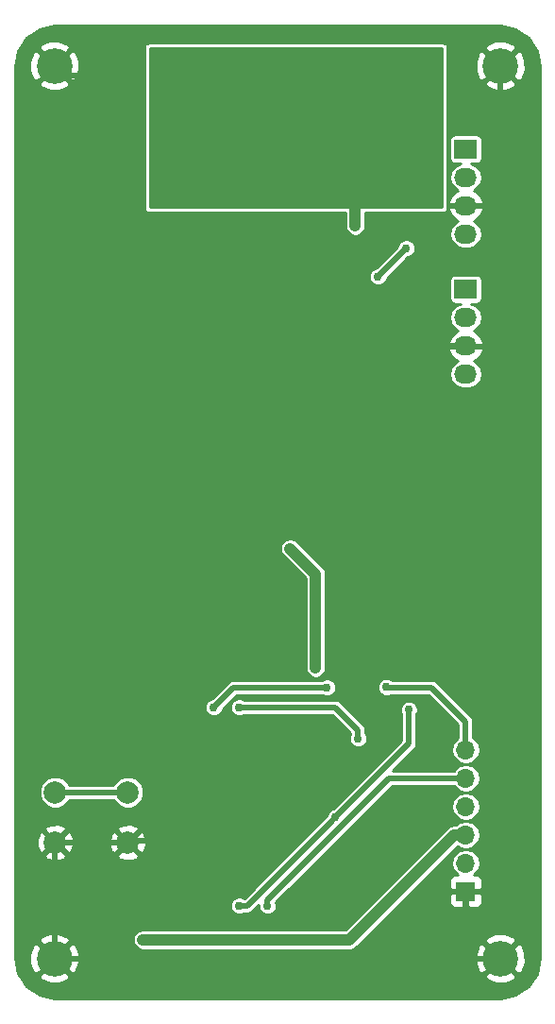
<source format=gbr>
G04 #@! TF.GenerationSoftware,KiCad,Pcbnew,no-vcs-found-7434~57~ubuntu16.04.1*
G04 #@! TF.CreationDate,2017-01-15T22:22:22-08:00*
G04 #@! TF.ProjectId,indLight,696E644C696768742E6B696361645F70,rev?*
G04 #@! TF.FileFunction,Copper,L2,Bot,Signal*
G04 #@! TF.FilePolarity,Positive*
%FSLAX46Y46*%
G04 Gerber Fmt 4.6, Leading zero omitted, Abs format (unit mm)*
G04 Created by KiCad (PCBNEW no-vcs-found-7434~57~ubuntu16.04.1) date Sun Jan 15 22:22:22 2017*
%MOMM*%
%LPD*%
G01*
G04 APERTURE LIST*
%ADD10C,0.100000*%
%ADD11C,0.750000*%
%ADD12R,2.032000X1.727200*%
%ADD13O,2.032000X1.727200*%
%ADD14C,3.200000*%
%ADD15C,2.000000*%
%ADD16O,1.700000X1.700000*%
%ADD17R,1.700000X1.700000*%
%ADD18C,0.500000*%
%ADD19C,1.000000*%
%ADD20C,0.254000*%
G04 APERTURE END LIST*
D10*
D11*
X70483499Y-60147897D03*
X71499499Y-60147897D03*
X70483499Y-61163897D03*
X71499499Y-61163897D03*
X70483499Y-62179897D03*
X71499499Y-62179897D03*
X71499499Y-63195897D03*
X70483499Y-63195897D03*
D12*
X88900000Y-60452000D03*
D13*
X88900000Y-62992000D03*
X88900000Y-65532000D03*
X88900000Y-68072000D03*
X88900000Y-80645000D03*
X88900000Y-78105000D03*
X88900000Y-75565000D03*
D12*
X88900000Y-73025000D03*
D14*
X92000000Y-53000000D03*
X92000000Y-133000000D03*
X52000000Y-53000000D03*
X52000000Y-133000000D03*
D15*
X58570000Y-118110000D03*
X58570000Y-122610000D03*
X52070000Y-118110000D03*
X52070000Y-122610000D03*
D16*
X88900000Y-114300000D03*
X88900000Y-116840000D03*
X88900000Y-119380000D03*
X88900000Y-121920000D03*
X88900000Y-124460000D03*
D17*
X88900000Y-127000000D03*
D11*
X81026000Y-103378000D03*
X73660000Y-128270012D03*
X66294000Y-106934000D03*
X77724000Y-106934000D03*
X64262000Y-122428000D03*
X71882000Y-122428000D03*
X71882000Y-117602000D03*
X64262000Y-117602000D03*
X80518000Y-112014000D03*
X76962000Y-112522000D03*
X57912000Y-53848000D03*
X58928000Y-67310000D03*
X66294000Y-67310006D03*
X55880000Y-100584006D03*
X52324000Y-100584000D03*
X52324000Y-93472000D03*
X55880000Y-93472000D03*
X65278000Y-89662000D03*
X61976000Y-89154000D03*
X68072000Y-89662000D03*
X66548000Y-96266000D03*
X66548000Y-91948000D03*
X63754000Y-93980000D03*
X66039986Y-128270000D03*
X79248000Y-123698000D03*
X62992000Y-77724000D03*
X60452000Y-87630000D03*
X59690000Y-63500000D03*
X79502000Y-86360000D03*
X76981081Y-74187081D03*
X74421990Y-67310000D03*
X69342000Y-76200000D03*
X84836000Y-76708000D03*
X78994000Y-67310068D03*
X75438000Y-106934000D03*
X73152000Y-96266000D03*
X71120000Y-128270000D03*
X77196919Y-120376919D03*
X83800919Y-110724919D03*
X68580000Y-128270000D03*
X79248000Y-113284000D03*
X68580000Y-110490000D03*
X83566000Y-69342000D03*
X81026000Y-71882000D03*
X76454000Y-108712000D03*
X66294000Y-110490000D03*
X81768000Y-108692000D03*
X59944000Y-131318000D03*
D18*
X88900000Y-133000000D02*
X92000000Y-133000000D01*
X83820000Y-133000000D02*
X88900000Y-133000000D01*
X88900000Y-133000000D02*
X88900000Y-127000000D01*
X92000000Y-68782000D02*
X92000000Y-65532000D01*
X92000000Y-65532000D02*
X92000000Y-64502162D01*
X88900000Y-65532000D02*
X92000000Y-65532000D01*
X90170000Y-70612000D02*
X92000000Y-68782000D01*
X85890162Y-70612000D02*
X90170000Y-70612000D01*
X82315081Y-74187081D02*
X85890162Y-70612000D01*
X80518000Y-106934000D02*
X80518000Y-103886000D01*
X80518000Y-103886000D02*
X81026000Y-103378000D01*
X93000000Y-132000000D02*
X92000000Y-133000000D01*
X93000000Y-54000000D02*
X92000000Y-53000000D01*
X73285001Y-128645011D02*
X73660000Y-128270012D01*
X72523013Y-129406999D02*
X73285001Y-128645011D01*
X67176985Y-129406999D02*
X72523013Y-129406999D01*
X66039986Y-128270000D02*
X67176985Y-129406999D01*
X74034999Y-127895013D02*
X73660000Y-128270012D01*
X79248000Y-123698000D02*
X78232012Y-123698000D01*
X78232012Y-123698000D02*
X74034999Y-127895013D01*
X92000000Y-63948000D02*
X92000000Y-63246000D01*
X92000000Y-63246000D02*
X92000000Y-55262741D01*
X92000000Y-64502162D02*
X92000000Y-63246000D01*
X62992000Y-77724000D02*
X67818000Y-77724000D01*
X80518000Y-109728000D02*
X80518000Y-106934000D01*
X80518000Y-106934000D02*
X77724000Y-106934000D01*
X80518000Y-112014000D02*
X80518000Y-109728000D01*
X64262000Y-117602000D02*
X64262000Y-108966000D01*
X64262000Y-108966000D02*
X65919001Y-107308999D01*
X65919001Y-107308999D02*
X66294000Y-106934000D01*
X54262741Y-133000000D02*
X83820000Y-133000000D01*
X52000000Y-133000000D02*
X54262741Y-133000000D01*
X52070000Y-122610000D02*
X52070000Y-132930000D01*
X52070000Y-132930000D02*
X52000000Y-133000000D01*
X64262000Y-122428000D02*
X64262000Y-126492014D01*
X64262000Y-126492014D02*
X66039986Y-128270000D01*
X92000000Y-55262741D02*
X92000000Y-53000000D01*
X57912000Y-53848000D02*
X52848000Y-53848000D01*
X52848000Y-53848000D02*
X52000000Y-53000000D01*
X59690000Y-63500000D02*
X59690000Y-55626000D01*
X59690000Y-55626000D02*
X57912000Y-53848000D01*
X60452000Y-87630000D02*
X62992000Y-85090000D01*
X62992000Y-85090000D02*
X62992000Y-77724000D01*
X61976000Y-89154000D02*
X60452000Y-87630000D01*
X65278000Y-89662000D02*
X62484000Y-89662000D01*
X62484000Y-89662000D02*
X61976000Y-89154000D01*
X66548000Y-91948000D02*
X66548000Y-90932000D01*
X66548000Y-90932000D02*
X65278000Y-89662000D01*
X66294000Y-106934000D02*
X66294000Y-96520000D01*
X66294000Y-96520000D02*
X66548000Y-96266000D01*
X71882000Y-117602000D02*
X76962000Y-112522000D01*
X71882000Y-122428000D02*
X71882000Y-117602000D01*
X58570000Y-122610000D02*
X57155787Y-122610000D01*
X57155787Y-122610000D02*
X52070000Y-122610000D01*
X64262000Y-122428000D02*
X58752000Y-122428000D01*
X58752000Y-122428000D02*
X58570000Y-122610000D01*
X64262000Y-122428000D02*
X71882000Y-122428000D01*
X64262000Y-122428000D02*
X64262000Y-117602000D01*
X88900000Y-78105000D02*
X86233000Y-78105000D01*
D19*
X58928000Y-67310000D02*
X58928000Y-64262000D01*
X58928000Y-64262000D02*
X59690000Y-63500000D01*
X63500000Y-67310000D02*
X58928000Y-67310000D01*
X66294000Y-67310000D02*
X66294000Y-67310006D01*
X66294000Y-67310000D02*
X73891660Y-67310000D01*
X63500000Y-67310000D02*
X66294000Y-67310000D01*
D18*
X55349670Y-100584006D02*
X55880000Y-100584006D01*
X53086000Y-100584000D02*
X53086006Y-100584006D01*
X55879994Y-100584000D02*
X55880000Y-100584006D01*
X52324000Y-100584000D02*
X55879994Y-100584000D01*
X53086006Y-100584006D02*
X55349670Y-100584006D01*
X55880000Y-93472000D02*
X52324000Y-93472000D01*
X79502000Y-74187081D02*
X76981081Y-74187081D01*
X82315081Y-74187081D02*
X79502000Y-74187081D01*
X79502000Y-74187081D02*
X79502000Y-86360000D01*
X69342000Y-76200000D02*
X74968162Y-76200000D01*
X76606082Y-74562080D02*
X76981081Y-74187081D01*
X74968162Y-76200000D02*
X76606082Y-74562080D01*
X67818000Y-77724000D02*
X68967001Y-76574999D01*
X68967001Y-76574999D02*
X69342000Y-76200000D01*
X76981081Y-74187081D02*
X74421990Y-71627990D01*
X74421990Y-71627990D02*
X74421990Y-67310000D01*
X84836000Y-76708000D02*
X82315081Y-74187081D01*
X86233000Y-78105000D02*
X84836000Y-76708000D01*
D19*
X73891660Y-67310000D02*
X74421990Y-67310000D01*
X78994000Y-64516000D02*
X76707990Y-62229990D01*
X76707990Y-62229990D02*
X73913922Y-62229990D01*
X78994000Y-67310068D02*
X78994000Y-64516000D01*
X71374000Y-62229990D02*
X73913922Y-62229990D01*
X75438000Y-98552000D02*
X75438000Y-106403670D01*
X73152000Y-96266000D02*
X75438000Y-98552000D01*
X75438000Y-106403670D02*
X75438000Y-106934000D01*
D18*
X83820000Y-116840000D02*
X88900000Y-116840000D01*
X71120000Y-128270000D02*
X71120000Y-127762000D01*
X71120000Y-127762000D02*
X82042000Y-116840000D01*
X82042000Y-116840000D02*
X83820000Y-116840000D01*
X77196919Y-120376919D02*
X83820000Y-113753838D01*
X83820000Y-113753838D02*
X83820000Y-110744000D01*
X83820000Y-110744000D02*
X83800919Y-110724919D01*
X76821920Y-120751918D02*
X77196919Y-120376919D01*
X69303838Y-128270000D02*
X76821920Y-120751918D01*
X68580000Y-128270000D02*
X69303838Y-128270000D01*
X79248000Y-113284000D02*
X79248000Y-112522000D01*
X79248000Y-112522000D02*
X77216000Y-110490000D01*
X77216000Y-110490000D02*
X68580000Y-110490000D01*
X81400999Y-71507001D02*
X83566000Y-69342000D01*
X81026000Y-71882000D02*
X81400999Y-71507001D01*
X76454000Y-108712000D02*
X68072000Y-108712000D01*
X68072000Y-108712000D02*
X66294000Y-110490000D01*
X58570000Y-118110000D02*
X52070000Y-118110000D01*
X81768000Y-108692000D02*
X81788000Y-108712000D01*
X81788000Y-108712000D02*
X85852000Y-108712000D01*
X88900000Y-111760000D02*
X88900000Y-114300000D01*
X85852000Y-108712000D02*
X88900000Y-111760000D01*
D19*
X88900000Y-121920000D02*
X87884000Y-121920000D01*
X87884000Y-121920000D02*
X78486000Y-131318000D01*
X78486000Y-131318000D02*
X59944000Y-131318000D01*
D20*
G36*
X93362566Y-49710475D02*
X94517693Y-50482306D01*
X95289526Y-51637436D01*
X95569000Y-53042448D01*
X95569000Y-132957552D01*
X95289526Y-134362564D01*
X94517693Y-135517694D01*
X93362566Y-136289525D01*
X91957552Y-136569000D01*
X52042448Y-136569000D01*
X50637436Y-136289526D01*
X49482306Y-135517693D01*
X48859904Y-134586202D01*
X50593403Y-134586202D01*
X50765390Y-134915360D01*
X51592346Y-135242026D01*
X52481363Y-135227365D01*
X53234610Y-134915360D01*
X53406597Y-134586202D01*
X90593403Y-134586202D01*
X90765390Y-134915360D01*
X91592346Y-135242026D01*
X92481363Y-135227365D01*
X93234610Y-134915360D01*
X93406597Y-134586202D01*
X92000000Y-133179605D01*
X90593403Y-134586202D01*
X53406597Y-134586202D01*
X52000000Y-133179605D01*
X50593403Y-134586202D01*
X48859904Y-134586202D01*
X48710475Y-134362566D01*
X48431000Y-132957552D01*
X48431000Y-132592346D01*
X49757974Y-132592346D01*
X49772635Y-133481363D01*
X50084640Y-134234610D01*
X50413798Y-134406597D01*
X51820395Y-133000000D01*
X52179605Y-133000000D01*
X53586202Y-134406597D01*
X53915360Y-134234610D01*
X54242026Y-133407654D01*
X54228581Y-132592346D01*
X89757974Y-132592346D01*
X89772635Y-133481363D01*
X90084640Y-134234610D01*
X90413798Y-134406597D01*
X91820395Y-133000000D01*
X92179605Y-133000000D01*
X93586202Y-134406597D01*
X93915360Y-134234610D01*
X94242026Y-133407654D01*
X94227365Y-132518637D01*
X93915360Y-131765390D01*
X93586202Y-131593403D01*
X92179605Y-133000000D01*
X91820395Y-133000000D01*
X90413798Y-131593403D01*
X90084640Y-131765390D01*
X89757974Y-132592346D01*
X54228581Y-132592346D01*
X54227365Y-132518637D01*
X53915360Y-131765390D01*
X53586202Y-131593403D01*
X52179605Y-133000000D01*
X51820395Y-133000000D01*
X50413798Y-131593403D01*
X50084640Y-131765390D01*
X49757974Y-132592346D01*
X48431000Y-132592346D01*
X48431000Y-131413798D01*
X50593403Y-131413798D01*
X52000000Y-132820395D01*
X53406597Y-131413798D01*
X53356542Y-131318000D01*
X59017000Y-131318000D01*
X59087564Y-131672748D01*
X59288512Y-131973488D01*
X59589252Y-132174436D01*
X59944000Y-132245000D01*
X78486000Y-132245000D01*
X78840748Y-132174436D01*
X79141488Y-131973488D01*
X79701178Y-131413798D01*
X90593403Y-131413798D01*
X92000000Y-132820395D01*
X93406597Y-131413798D01*
X93234610Y-131084640D01*
X92407654Y-130757974D01*
X91518637Y-130772635D01*
X90765390Y-131084640D01*
X90593403Y-131413798D01*
X79701178Y-131413798D01*
X83829226Y-127285750D01*
X87415000Y-127285750D01*
X87415000Y-127976310D01*
X87511673Y-128209699D01*
X87690302Y-128388327D01*
X87923691Y-128485000D01*
X88614250Y-128485000D01*
X88773000Y-128326250D01*
X88773000Y-127127000D01*
X89027000Y-127127000D01*
X89027000Y-128326250D01*
X89185750Y-128485000D01*
X89876309Y-128485000D01*
X90109698Y-128388327D01*
X90288327Y-128209699D01*
X90385000Y-127976310D01*
X90385000Y-127285750D01*
X90226250Y-127127000D01*
X89027000Y-127127000D01*
X88773000Y-127127000D01*
X87573750Y-127127000D01*
X87415000Y-127285750D01*
X83829226Y-127285750D01*
X88163829Y-122951147D01*
X88386295Y-123099794D01*
X88839791Y-123190000D01*
X88386295Y-123280206D01*
X87972007Y-123557025D01*
X87695188Y-123971313D01*
X87597982Y-124460000D01*
X87695188Y-124948687D01*
X87972007Y-125362975D01*
X88199528Y-125515000D01*
X87923691Y-125515000D01*
X87690302Y-125611673D01*
X87511673Y-125790301D01*
X87415000Y-126023690D01*
X87415000Y-126714250D01*
X87573750Y-126873000D01*
X88773000Y-126873000D01*
X88773000Y-126853000D01*
X89027000Y-126853000D01*
X89027000Y-126873000D01*
X90226250Y-126873000D01*
X90385000Y-126714250D01*
X90385000Y-126023690D01*
X90288327Y-125790301D01*
X90109698Y-125611673D01*
X89876309Y-125515000D01*
X89600472Y-125515000D01*
X89827993Y-125362975D01*
X90104812Y-124948687D01*
X90202018Y-124460000D01*
X90104812Y-123971313D01*
X89827993Y-123557025D01*
X89413705Y-123280206D01*
X88960209Y-123190000D01*
X89413705Y-123099794D01*
X89827993Y-122822975D01*
X90104812Y-122408687D01*
X90202018Y-121920000D01*
X90104812Y-121431313D01*
X89827993Y-121017025D01*
X89413705Y-120740206D01*
X88960209Y-120650000D01*
X89413705Y-120559794D01*
X89827993Y-120282975D01*
X90104812Y-119868687D01*
X90202018Y-119380000D01*
X90104812Y-118891313D01*
X89827993Y-118477025D01*
X89413705Y-118200206D01*
X88960209Y-118110000D01*
X89413705Y-118019794D01*
X89827993Y-117742975D01*
X90104812Y-117328687D01*
X90202018Y-116840000D01*
X90104812Y-116351313D01*
X89827993Y-115937025D01*
X89413705Y-115660206D01*
X88960209Y-115570000D01*
X89413705Y-115479794D01*
X89827993Y-115202975D01*
X90104812Y-114788687D01*
X90202018Y-114300000D01*
X90104812Y-113811313D01*
X89827993Y-113397025D01*
X89577000Y-113229316D01*
X89577000Y-111760000D01*
X89525466Y-111500923D01*
X89378711Y-111281289D01*
X86330711Y-108233289D01*
X86300779Y-108213289D01*
X86111077Y-108086534D01*
X85852000Y-108035000D01*
X82245357Y-108035000D01*
X82222890Y-108012494D01*
X81928228Y-107890140D01*
X81609172Y-107889861D01*
X81314297Y-108011701D01*
X81088494Y-108237110D01*
X80966140Y-108531772D01*
X80965861Y-108850828D01*
X81087701Y-109145703D01*
X81313110Y-109371506D01*
X81607772Y-109493860D01*
X81926828Y-109494139D01*
X82181284Y-109389000D01*
X85571578Y-109389000D01*
X88223000Y-112040422D01*
X88223000Y-113229316D01*
X87972007Y-113397025D01*
X87695188Y-113811313D01*
X87597982Y-114300000D01*
X87695188Y-114788687D01*
X87972007Y-115202975D01*
X88386295Y-115479794D01*
X88839791Y-115570000D01*
X88386295Y-115660206D01*
X87972007Y-115937025D01*
X87821015Y-116163000D01*
X82368260Y-116163000D01*
X84298711Y-114232549D01*
X84396539Y-114086139D01*
X84445466Y-114012915D01*
X84497000Y-113753838D01*
X84497000Y-111139892D01*
X84602779Y-110885147D01*
X84603058Y-110566091D01*
X84481218Y-110271216D01*
X84255809Y-110045413D01*
X83961147Y-109923059D01*
X83642091Y-109922780D01*
X83347216Y-110044620D01*
X83121413Y-110270029D01*
X82999059Y-110564691D01*
X82998780Y-110883747D01*
X83120620Y-111178622D01*
X83143000Y-111201041D01*
X83143000Y-113473416D01*
X77041633Y-119574783D01*
X77038091Y-119574780D01*
X76743216Y-119696620D01*
X76517413Y-119922029D01*
X76395059Y-120216691D01*
X76395055Y-120221361D01*
X76343212Y-120273204D01*
X76343209Y-120273206D01*
X69028553Y-127587863D01*
X68740228Y-127468140D01*
X68421172Y-127467861D01*
X68126297Y-127589701D01*
X67900494Y-127815110D01*
X67778140Y-128109772D01*
X67777861Y-128428828D01*
X67899701Y-128723703D01*
X68125110Y-128949506D01*
X68419772Y-129071860D01*
X68738828Y-129072139D01*
X69033703Y-128950299D01*
X69037008Y-128947000D01*
X69303838Y-128947000D01*
X69562915Y-128895466D01*
X69782549Y-128748711D01*
X70318050Y-128213211D01*
X70317861Y-128428828D01*
X70439701Y-128723703D01*
X70665110Y-128949506D01*
X70959772Y-129071860D01*
X71278828Y-129072139D01*
X71573703Y-128950299D01*
X71799506Y-128724890D01*
X71921860Y-128430228D01*
X71922139Y-128111172D01*
X71865449Y-127973973D01*
X82322423Y-117517000D01*
X87821015Y-117517000D01*
X87972007Y-117742975D01*
X88386295Y-118019794D01*
X88839791Y-118110000D01*
X88386295Y-118200206D01*
X87972007Y-118477025D01*
X87695188Y-118891313D01*
X87597982Y-119380000D01*
X87695188Y-119868687D01*
X87972007Y-120282975D01*
X88386295Y-120559794D01*
X88839791Y-120650000D01*
X88386295Y-120740206D01*
X88007963Y-120993000D01*
X87884000Y-120993000D01*
X87529252Y-121063564D01*
X87356821Y-121178779D01*
X87228512Y-121264512D01*
X78102024Y-130391000D01*
X59944000Y-130391000D01*
X59589252Y-130461564D01*
X59288512Y-130662512D01*
X59087564Y-130963252D01*
X59017000Y-131318000D01*
X53356542Y-131318000D01*
X53234610Y-131084640D01*
X52407654Y-130757974D01*
X51518637Y-130772635D01*
X50765390Y-131084640D01*
X50593403Y-131413798D01*
X48431000Y-131413798D01*
X48431000Y-123762532D01*
X51097073Y-123762532D01*
X51195736Y-124029387D01*
X51805461Y-124255908D01*
X52455460Y-124231856D01*
X52944264Y-124029387D01*
X53042927Y-123762532D01*
X57597073Y-123762532D01*
X57695736Y-124029387D01*
X58305461Y-124255908D01*
X58955460Y-124231856D01*
X59444264Y-124029387D01*
X59542927Y-123762532D01*
X58570000Y-122789605D01*
X57597073Y-123762532D01*
X53042927Y-123762532D01*
X52070000Y-122789605D01*
X51097073Y-123762532D01*
X48431000Y-123762532D01*
X48431000Y-122345461D01*
X50424092Y-122345461D01*
X50448144Y-122995460D01*
X50650613Y-123484264D01*
X50917468Y-123582927D01*
X51890395Y-122610000D01*
X52249605Y-122610000D01*
X53222532Y-123582927D01*
X53489387Y-123484264D01*
X53715908Y-122874539D01*
X53696331Y-122345461D01*
X56924092Y-122345461D01*
X56948144Y-122995460D01*
X57150613Y-123484264D01*
X57417468Y-123582927D01*
X58390395Y-122610000D01*
X58749605Y-122610000D01*
X59722532Y-123582927D01*
X59989387Y-123484264D01*
X60215908Y-122874539D01*
X60191856Y-122224540D01*
X59989387Y-121735736D01*
X59722532Y-121637073D01*
X58749605Y-122610000D01*
X58390395Y-122610000D01*
X57417468Y-121637073D01*
X57150613Y-121735736D01*
X56924092Y-122345461D01*
X53696331Y-122345461D01*
X53691856Y-122224540D01*
X53489387Y-121735736D01*
X53222532Y-121637073D01*
X52249605Y-122610000D01*
X51890395Y-122610000D01*
X50917468Y-121637073D01*
X50650613Y-121735736D01*
X50424092Y-122345461D01*
X48431000Y-122345461D01*
X48431000Y-121457468D01*
X51097073Y-121457468D01*
X52070000Y-122430395D01*
X53042927Y-121457468D01*
X57597073Y-121457468D01*
X58570000Y-122430395D01*
X59542927Y-121457468D01*
X59444264Y-121190613D01*
X58834539Y-120964092D01*
X58184540Y-120988144D01*
X57695736Y-121190613D01*
X57597073Y-121457468D01*
X53042927Y-121457468D01*
X52944264Y-121190613D01*
X52334539Y-120964092D01*
X51684540Y-120988144D01*
X51195736Y-121190613D01*
X51097073Y-121457468D01*
X48431000Y-121457468D01*
X48431000Y-118392603D01*
X50642752Y-118392603D01*
X50859543Y-118917275D01*
X51260614Y-119319047D01*
X51784907Y-119536752D01*
X52352603Y-119537248D01*
X52877275Y-119320457D01*
X53279047Y-118919386D01*
X53334018Y-118787000D01*
X57305714Y-118787000D01*
X57359543Y-118917275D01*
X57760614Y-119319047D01*
X58284907Y-119536752D01*
X58852603Y-119537248D01*
X59377275Y-119320457D01*
X59779047Y-118919386D01*
X59996752Y-118395093D01*
X59997248Y-117827397D01*
X59780457Y-117302725D01*
X59379386Y-116900953D01*
X58855093Y-116683248D01*
X58287397Y-116682752D01*
X57762725Y-116899543D01*
X57360953Y-117300614D01*
X57305982Y-117433000D01*
X53334286Y-117433000D01*
X53280457Y-117302725D01*
X52879386Y-116900953D01*
X52355093Y-116683248D01*
X51787397Y-116682752D01*
X51262725Y-116899543D01*
X50860953Y-117300614D01*
X50643248Y-117824907D01*
X50642752Y-118392603D01*
X48431000Y-118392603D01*
X48431000Y-110648828D01*
X65491861Y-110648828D01*
X65613701Y-110943703D01*
X65839110Y-111169506D01*
X66133772Y-111291860D01*
X66452828Y-111292139D01*
X66747703Y-111170299D01*
X66973506Y-110944890D01*
X67095860Y-110650228D01*
X67095861Y-110648828D01*
X67777861Y-110648828D01*
X67899701Y-110943703D01*
X68125110Y-111169506D01*
X68419772Y-111291860D01*
X68738828Y-111292139D01*
X69033703Y-111170299D01*
X69037008Y-111167000D01*
X76935578Y-111167000D01*
X78571000Y-112802422D01*
X78571000Y-112826608D01*
X78568494Y-112829110D01*
X78446140Y-113123772D01*
X78445861Y-113442828D01*
X78567701Y-113737703D01*
X78793110Y-113963506D01*
X79087772Y-114085860D01*
X79406828Y-114086139D01*
X79701703Y-113964299D01*
X79927506Y-113738890D01*
X80049860Y-113444228D01*
X80050139Y-113125172D01*
X79928299Y-112830297D01*
X79925000Y-112826992D01*
X79925000Y-112522000D01*
X79873466Y-112262923D01*
X79726711Y-112043289D01*
X77694711Y-110011289D01*
X77475077Y-109864534D01*
X77216000Y-109813000D01*
X69037392Y-109813000D01*
X69034890Y-109810494D01*
X68740228Y-109688140D01*
X68421172Y-109687861D01*
X68126297Y-109809701D01*
X67900494Y-110035110D01*
X67778140Y-110329772D01*
X67777861Y-110648828D01*
X67095861Y-110648828D01*
X67095864Y-110645558D01*
X68352422Y-109389000D01*
X75996608Y-109389000D01*
X75999110Y-109391506D01*
X76293772Y-109513860D01*
X76612828Y-109514139D01*
X76907703Y-109392299D01*
X77133506Y-109166890D01*
X77255860Y-108872228D01*
X77256139Y-108553172D01*
X77134299Y-108258297D01*
X76908890Y-108032494D01*
X76614228Y-107910140D01*
X76295172Y-107909861D01*
X76000297Y-108031701D01*
X75996992Y-108035000D01*
X68072000Y-108035000D01*
X67812924Y-108086533D01*
X67593289Y-108233289D01*
X66138714Y-109687864D01*
X66135172Y-109687861D01*
X65840297Y-109809701D01*
X65614494Y-110035110D01*
X65492140Y-110329772D01*
X65491861Y-110648828D01*
X48431000Y-110648828D01*
X48431000Y-96266000D01*
X72225000Y-96266000D01*
X72295564Y-96620747D01*
X72496512Y-96921488D01*
X74511000Y-98935976D01*
X74511000Y-106934000D01*
X74581564Y-107288748D01*
X74782512Y-107589488D01*
X75083252Y-107790436D01*
X75438000Y-107861000D01*
X75792748Y-107790436D01*
X76093488Y-107589488D01*
X76294436Y-107288748D01*
X76365000Y-106934000D01*
X76365000Y-98552000D01*
X76294436Y-98197252D01*
X76093488Y-97896512D01*
X73807488Y-95610512D01*
X73506747Y-95409564D01*
X73152000Y-95339000D01*
X72797253Y-95409564D01*
X72496512Y-95610512D01*
X72295564Y-95911253D01*
X72225000Y-96266000D01*
X48431000Y-96266000D01*
X48431000Y-78464026D01*
X87292642Y-78464026D01*
X87295291Y-78479791D01*
X87549268Y-79007036D01*
X87985680Y-79396954D01*
X88197757Y-79471138D01*
X87806738Y-79732408D01*
X87526971Y-80151109D01*
X87428730Y-80645000D01*
X87526971Y-81138891D01*
X87806738Y-81557592D01*
X88225439Y-81837359D01*
X88719330Y-81935600D01*
X89080670Y-81935600D01*
X89574561Y-81837359D01*
X89993262Y-81557592D01*
X90273029Y-81138891D01*
X90371270Y-80645000D01*
X90273029Y-80151109D01*
X89993262Y-79732408D01*
X89602243Y-79471138D01*
X89814320Y-79396954D01*
X90250732Y-79007036D01*
X90504709Y-78479791D01*
X90507358Y-78464026D01*
X90386217Y-78232000D01*
X89027000Y-78232000D01*
X89027000Y-78252000D01*
X88773000Y-78252000D01*
X88773000Y-78232000D01*
X87413783Y-78232000D01*
X87292642Y-78464026D01*
X48431000Y-78464026D01*
X48431000Y-77745974D01*
X87292642Y-77745974D01*
X87413783Y-77978000D01*
X88773000Y-77978000D01*
X88773000Y-77958000D01*
X89027000Y-77958000D01*
X89027000Y-77978000D01*
X90386217Y-77978000D01*
X90507358Y-77745974D01*
X90504709Y-77730209D01*
X90250732Y-77202964D01*
X89814320Y-76813046D01*
X89602243Y-76738862D01*
X89993262Y-76477592D01*
X90273029Y-76058891D01*
X90371270Y-75565000D01*
X90273029Y-75071109D01*
X89993262Y-74652408D01*
X89574561Y-74372641D01*
X89329850Y-74323965D01*
X89916000Y-74323965D01*
X90082607Y-74290825D01*
X90223850Y-74196450D01*
X90318225Y-74055207D01*
X90351365Y-73888600D01*
X90351365Y-72161400D01*
X90318225Y-71994793D01*
X90223850Y-71853550D01*
X90082607Y-71759175D01*
X89916000Y-71726035D01*
X87884000Y-71726035D01*
X87717393Y-71759175D01*
X87576150Y-71853550D01*
X87481775Y-71994793D01*
X87448635Y-72161400D01*
X87448635Y-73888600D01*
X87481775Y-74055207D01*
X87576150Y-74196450D01*
X87717393Y-74290825D01*
X87884000Y-74323965D01*
X88470150Y-74323965D01*
X88225439Y-74372641D01*
X87806738Y-74652408D01*
X87526971Y-75071109D01*
X87428730Y-75565000D01*
X87526971Y-76058891D01*
X87806738Y-76477592D01*
X88197757Y-76738862D01*
X87985680Y-76813046D01*
X87549268Y-77202964D01*
X87295291Y-77730209D01*
X87292642Y-77745974D01*
X48431000Y-77745974D01*
X48431000Y-72040828D01*
X80223861Y-72040828D01*
X80345701Y-72335703D01*
X80571110Y-72561506D01*
X80865772Y-72683860D01*
X81184828Y-72684139D01*
X81479703Y-72562299D01*
X81705506Y-72336890D01*
X81827860Y-72042228D01*
X81827864Y-72037559D01*
X81879711Y-71985712D01*
X81879713Y-71985709D01*
X83721286Y-70144136D01*
X83724828Y-70144139D01*
X84019703Y-70022299D01*
X84245506Y-69796890D01*
X84367860Y-69502228D01*
X84368139Y-69183172D01*
X84246299Y-68888297D01*
X84020890Y-68662494D01*
X83726228Y-68540140D01*
X83407172Y-68539861D01*
X83112297Y-68661701D01*
X82886494Y-68887110D01*
X82764140Y-69181772D01*
X82764136Y-69186442D01*
X80922291Y-71028287D01*
X80922288Y-71028289D01*
X80870713Y-71079864D01*
X80867172Y-71079861D01*
X80572297Y-71201701D01*
X80346494Y-71427110D01*
X80224140Y-71721772D01*
X80223861Y-72040828D01*
X48431000Y-72040828D01*
X48431000Y-54586202D01*
X50593403Y-54586202D01*
X50765390Y-54915360D01*
X51592346Y-55242026D01*
X52481363Y-55227365D01*
X53234610Y-54915360D01*
X53406597Y-54586202D01*
X52000000Y-53179605D01*
X50593403Y-54586202D01*
X48431000Y-54586202D01*
X48431000Y-53042448D01*
X48520530Y-52592346D01*
X49757974Y-52592346D01*
X49772635Y-53481363D01*
X50084640Y-54234610D01*
X50413798Y-54406597D01*
X51820395Y-53000000D01*
X52179605Y-53000000D01*
X53586202Y-54406597D01*
X53915360Y-54234610D01*
X54242026Y-53407654D01*
X54227365Y-52518637D01*
X53915360Y-51765390D01*
X53586202Y-51593403D01*
X52179605Y-53000000D01*
X51820395Y-53000000D01*
X50413798Y-51593403D01*
X50084640Y-51765390D01*
X49757974Y-52592346D01*
X48520530Y-52592346D01*
X48710475Y-51637434D01*
X48859903Y-51413798D01*
X50593403Y-51413798D01*
X52000000Y-52820395D01*
X53406597Y-51413798D01*
X53351317Y-51308000D01*
X60071000Y-51308000D01*
X60071000Y-65786000D01*
X60100002Y-65931802D01*
X60182592Y-66055408D01*
X60306198Y-66137998D01*
X60452000Y-66167000D01*
X78067000Y-66167000D01*
X78067000Y-67310068D01*
X78137564Y-67664816D01*
X78338512Y-67965556D01*
X78639252Y-68166504D01*
X78994000Y-68237068D01*
X79348748Y-68166504D01*
X79649488Y-67965556D01*
X79850436Y-67664816D01*
X79921000Y-67310068D01*
X79921000Y-66167000D01*
X86868000Y-66167000D01*
X87013802Y-66137998D01*
X87137408Y-66055408D01*
X87219998Y-65931802D01*
X87228108Y-65891026D01*
X87292642Y-65891026D01*
X87295291Y-65906791D01*
X87549268Y-66434036D01*
X87985680Y-66823954D01*
X88197757Y-66898138D01*
X87806738Y-67159408D01*
X87526971Y-67578109D01*
X87428730Y-68072000D01*
X87526971Y-68565891D01*
X87806738Y-68984592D01*
X88225439Y-69264359D01*
X88719330Y-69362600D01*
X89080670Y-69362600D01*
X89574561Y-69264359D01*
X89993262Y-68984592D01*
X90273029Y-68565891D01*
X90371270Y-68072000D01*
X90273029Y-67578109D01*
X89993262Y-67159408D01*
X89602243Y-66898138D01*
X89814320Y-66823954D01*
X90250732Y-66434036D01*
X90504709Y-65906791D01*
X90507358Y-65891026D01*
X90386217Y-65659000D01*
X89027000Y-65659000D01*
X89027000Y-65679000D01*
X88773000Y-65679000D01*
X88773000Y-65659000D01*
X87413783Y-65659000D01*
X87292642Y-65891026D01*
X87228108Y-65891026D01*
X87249000Y-65786000D01*
X87249000Y-65172974D01*
X87292642Y-65172974D01*
X87413783Y-65405000D01*
X88773000Y-65405000D01*
X88773000Y-65385000D01*
X89027000Y-65385000D01*
X89027000Y-65405000D01*
X90386217Y-65405000D01*
X90507358Y-65172974D01*
X90504709Y-65157209D01*
X90250732Y-64629964D01*
X89814320Y-64240046D01*
X89602243Y-64165862D01*
X89993262Y-63904592D01*
X90273029Y-63485891D01*
X90371270Y-62992000D01*
X90273029Y-62498109D01*
X89993262Y-62079408D01*
X89574561Y-61799641D01*
X89329850Y-61750965D01*
X89916000Y-61750965D01*
X90082607Y-61717825D01*
X90223850Y-61623450D01*
X90318225Y-61482207D01*
X90351365Y-61315600D01*
X90351365Y-59588400D01*
X90318225Y-59421793D01*
X90223850Y-59280550D01*
X90082607Y-59186175D01*
X89916000Y-59153035D01*
X87884000Y-59153035D01*
X87717393Y-59186175D01*
X87576150Y-59280550D01*
X87481775Y-59421793D01*
X87448635Y-59588400D01*
X87448635Y-61315600D01*
X87481775Y-61482207D01*
X87576150Y-61623450D01*
X87717393Y-61717825D01*
X87884000Y-61750965D01*
X88470150Y-61750965D01*
X88225439Y-61799641D01*
X87806738Y-62079408D01*
X87526971Y-62498109D01*
X87428730Y-62992000D01*
X87526971Y-63485891D01*
X87806738Y-63904592D01*
X88197757Y-64165862D01*
X87985680Y-64240046D01*
X87549268Y-64629964D01*
X87295291Y-65157209D01*
X87292642Y-65172974D01*
X87249000Y-65172974D01*
X87249000Y-54586202D01*
X90593403Y-54586202D01*
X90765390Y-54915360D01*
X91592346Y-55242026D01*
X92481363Y-55227365D01*
X93234610Y-54915360D01*
X93406597Y-54586202D01*
X92000000Y-53179605D01*
X90593403Y-54586202D01*
X87249000Y-54586202D01*
X87249000Y-52592346D01*
X89757974Y-52592346D01*
X89772635Y-53481363D01*
X90084640Y-54234610D01*
X90413798Y-54406597D01*
X91820395Y-53000000D01*
X92179605Y-53000000D01*
X93586202Y-54406597D01*
X93915360Y-54234610D01*
X94242026Y-53407654D01*
X94227365Y-52518637D01*
X93915360Y-51765390D01*
X93586202Y-51593403D01*
X92179605Y-53000000D01*
X91820395Y-53000000D01*
X90413798Y-51593403D01*
X90084640Y-51765390D01*
X89757974Y-52592346D01*
X87249000Y-52592346D01*
X87249000Y-51413798D01*
X90593403Y-51413798D01*
X92000000Y-52820395D01*
X93406597Y-51413798D01*
X93234610Y-51084640D01*
X92407654Y-50757974D01*
X91518637Y-50772635D01*
X90765390Y-51084640D01*
X90593403Y-51413798D01*
X87249000Y-51413798D01*
X87249000Y-51308000D01*
X87219998Y-51162198D01*
X87137408Y-51038592D01*
X87013802Y-50956002D01*
X86868000Y-50927000D01*
X60452000Y-50927000D01*
X60306198Y-50956002D01*
X60182592Y-51038592D01*
X60100002Y-51162198D01*
X60071000Y-51308000D01*
X53351317Y-51308000D01*
X53234610Y-51084640D01*
X52407654Y-50757974D01*
X51518637Y-50772635D01*
X50765390Y-51084640D01*
X50593403Y-51413798D01*
X48859903Y-51413798D01*
X49482306Y-50482307D01*
X50637436Y-49710474D01*
X52042448Y-49431000D01*
X91957552Y-49431000D01*
X93362566Y-49710475D01*
X93362566Y-49710475D01*
G37*
X93362566Y-49710475D02*
X94517693Y-50482306D01*
X95289526Y-51637436D01*
X95569000Y-53042448D01*
X95569000Y-132957552D01*
X95289526Y-134362564D01*
X94517693Y-135517694D01*
X93362566Y-136289525D01*
X91957552Y-136569000D01*
X52042448Y-136569000D01*
X50637436Y-136289526D01*
X49482306Y-135517693D01*
X48859904Y-134586202D01*
X50593403Y-134586202D01*
X50765390Y-134915360D01*
X51592346Y-135242026D01*
X52481363Y-135227365D01*
X53234610Y-134915360D01*
X53406597Y-134586202D01*
X90593403Y-134586202D01*
X90765390Y-134915360D01*
X91592346Y-135242026D01*
X92481363Y-135227365D01*
X93234610Y-134915360D01*
X93406597Y-134586202D01*
X92000000Y-133179605D01*
X90593403Y-134586202D01*
X53406597Y-134586202D01*
X52000000Y-133179605D01*
X50593403Y-134586202D01*
X48859904Y-134586202D01*
X48710475Y-134362566D01*
X48431000Y-132957552D01*
X48431000Y-132592346D01*
X49757974Y-132592346D01*
X49772635Y-133481363D01*
X50084640Y-134234610D01*
X50413798Y-134406597D01*
X51820395Y-133000000D01*
X52179605Y-133000000D01*
X53586202Y-134406597D01*
X53915360Y-134234610D01*
X54242026Y-133407654D01*
X54228581Y-132592346D01*
X89757974Y-132592346D01*
X89772635Y-133481363D01*
X90084640Y-134234610D01*
X90413798Y-134406597D01*
X91820395Y-133000000D01*
X92179605Y-133000000D01*
X93586202Y-134406597D01*
X93915360Y-134234610D01*
X94242026Y-133407654D01*
X94227365Y-132518637D01*
X93915360Y-131765390D01*
X93586202Y-131593403D01*
X92179605Y-133000000D01*
X91820395Y-133000000D01*
X90413798Y-131593403D01*
X90084640Y-131765390D01*
X89757974Y-132592346D01*
X54228581Y-132592346D01*
X54227365Y-132518637D01*
X53915360Y-131765390D01*
X53586202Y-131593403D01*
X52179605Y-133000000D01*
X51820395Y-133000000D01*
X50413798Y-131593403D01*
X50084640Y-131765390D01*
X49757974Y-132592346D01*
X48431000Y-132592346D01*
X48431000Y-131413798D01*
X50593403Y-131413798D01*
X52000000Y-132820395D01*
X53406597Y-131413798D01*
X53356542Y-131318000D01*
X59017000Y-131318000D01*
X59087564Y-131672748D01*
X59288512Y-131973488D01*
X59589252Y-132174436D01*
X59944000Y-132245000D01*
X78486000Y-132245000D01*
X78840748Y-132174436D01*
X79141488Y-131973488D01*
X79701178Y-131413798D01*
X90593403Y-131413798D01*
X92000000Y-132820395D01*
X93406597Y-131413798D01*
X93234610Y-131084640D01*
X92407654Y-130757974D01*
X91518637Y-130772635D01*
X90765390Y-131084640D01*
X90593403Y-131413798D01*
X79701178Y-131413798D01*
X83829226Y-127285750D01*
X87415000Y-127285750D01*
X87415000Y-127976310D01*
X87511673Y-128209699D01*
X87690302Y-128388327D01*
X87923691Y-128485000D01*
X88614250Y-128485000D01*
X88773000Y-128326250D01*
X88773000Y-127127000D01*
X89027000Y-127127000D01*
X89027000Y-128326250D01*
X89185750Y-128485000D01*
X89876309Y-128485000D01*
X90109698Y-128388327D01*
X90288327Y-128209699D01*
X90385000Y-127976310D01*
X90385000Y-127285750D01*
X90226250Y-127127000D01*
X89027000Y-127127000D01*
X88773000Y-127127000D01*
X87573750Y-127127000D01*
X87415000Y-127285750D01*
X83829226Y-127285750D01*
X88163829Y-122951147D01*
X88386295Y-123099794D01*
X88839791Y-123190000D01*
X88386295Y-123280206D01*
X87972007Y-123557025D01*
X87695188Y-123971313D01*
X87597982Y-124460000D01*
X87695188Y-124948687D01*
X87972007Y-125362975D01*
X88199528Y-125515000D01*
X87923691Y-125515000D01*
X87690302Y-125611673D01*
X87511673Y-125790301D01*
X87415000Y-126023690D01*
X87415000Y-126714250D01*
X87573750Y-126873000D01*
X88773000Y-126873000D01*
X88773000Y-126853000D01*
X89027000Y-126853000D01*
X89027000Y-126873000D01*
X90226250Y-126873000D01*
X90385000Y-126714250D01*
X90385000Y-126023690D01*
X90288327Y-125790301D01*
X90109698Y-125611673D01*
X89876309Y-125515000D01*
X89600472Y-125515000D01*
X89827993Y-125362975D01*
X90104812Y-124948687D01*
X90202018Y-124460000D01*
X90104812Y-123971313D01*
X89827993Y-123557025D01*
X89413705Y-123280206D01*
X88960209Y-123190000D01*
X89413705Y-123099794D01*
X89827993Y-122822975D01*
X90104812Y-122408687D01*
X90202018Y-121920000D01*
X90104812Y-121431313D01*
X89827993Y-121017025D01*
X89413705Y-120740206D01*
X88960209Y-120650000D01*
X89413705Y-120559794D01*
X89827993Y-120282975D01*
X90104812Y-119868687D01*
X90202018Y-119380000D01*
X90104812Y-118891313D01*
X89827993Y-118477025D01*
X89413705Y-118200206D01*
X88960209Y-118110000D01*
X89413705Y-118019794D01*
X89827993Y-117742975D01*
X90104812Y-117328687D01*
X90202018Y-116840000D01*
X90104812Y-116351313D01*
X89827993Y-115937025D01*
X89413705Y-115660206D01*
X88960209Y-115570000D01*
X89413705Y-115479794D01*
X89827993Y-115202975D01*
X90104812Y-114788687D01*
X90202018Y-114300000D01*
X90104812Y-113811313D01*
X89827993Y-113397025D01*
X89577000Y-113229316D01*
X89577000Y-111760000D01*
X89525466Y-111500923D01*
X89378711Y-111281289D01*
X86330711Y-108233289D01*
X86300779Y-108213289D01*
X86111077Y-108086534D01*
X85852000Y-108035000D01*
X82245357Y-108035000D01*
X82222890Y-108012494D01*
X81928228Y-107890140D01*
X81609172Y-107889861D01*
X81314297Y-108011701D01*
X81088494Y-108237110D01*
X80966140Y-108531772D01*
X80965861Y-108850828D01*
X81087701Y-109145703D01*
X81313110Y-109371506D01*
X81607772Y-109493860D01*
X81926828Y-109494139D01*
X82181284Y-109389000D01*
X85571578Y-109389000D01*
X88223000Y-112040422D01*
X88223000Y-113229316D01*
X87972007Y-113397025D01*
X87695188Y-113811313D01*
X87597982Y-114300000D01*
X87695188Y-114788687D01*
X87972007Y-115202975D01*
X88386295Y-115479794D01*
X88839791Y-115570000D01*
X88386295Y-115660206D01*
X87972007Y-115937025D01*
X87821015Y-116163000D01*
X82368260Y-116163000D01*
X84298711Y-114232549D01*
X84396539Y-114086139D01*
X84445466Y-114012915D01*
X84497000Y-113753838D01*
X84497000Y-111139892D01*
X84602779Y-110885147D01*
X84603058Y-110566091D01*
X84481218Y-110271216D01*
X84255809Y-110045413D01*
X83961147Y-109923059D01*
X83642091Y-109922780D01*
X83347216Y-110044620D01*
X83121413Y-110270029D01*
X82999059Y-110564691D01*
X82998780Y-110883747D01*
X83120620Y-111178622D01*
X83143000Y-111201041D01*
X83143000Y-113473416D01*
X77041633Y-119574783D01*
X77038091Y-119574780D01*
X76743216Y-119696620D01*
X76517413Y-119922029D01*
X76395059Y-120216691D01*
X76395055Y-120221361D01*
X76343212Y-120273204D01*
X76343209Y-120273206D01*
X69028553Y-127587863D01*
X68740228Y-127468140D01*
X68421172Y-127467861D01*
X68126297Y-127589701D01*
X67900494Y-127815110D01*
X67778140Y-128109772D01*
X67777861Y-128428828D01*
X67899701Y-128723703D01*
X68125110Y-128949506D01*
X68419772Y-129071860D01*
X68738828Y-129072139D01*
X69033703Y-128950299D01*
X69037008Y-128947000D01*
X69303838Y-128947000D01*
X69562915Y-128895466D01*
X69782549Y-128748711D01*
X70318050Y-128213211D01*
X70317861Y-128428828D01*
X70439701Y-128723703D01*
X70665110Y-128949506D01*
X70959772Y-129071860D01*
X71278828Y-129072139D01*
X71573703Y-128950299D01*
X71799506Y-128724890D01*
X71921860Y-128430228D01*
X71922139Y-128111172D01*
X71865449Y-127973973D01*
X82322423Y-117517000D01*
X87821015Y-117517000D01*
X87972007Y-117742975D01*
X88386295Y-118019794D01*
X88839791Y-118110000D01*
X88386295Y-118200206D01*
X87972007Y-118477025D01*
X87695188Y-118891313D01*
X87597982Y-119380000D01*
X87695188Y-119868687D01*
X87972007Y-120282975D01*
X88386295Y-120559794D01*
X88839791Y-120650000D01*
X88386295Y-120740206D01*
X88007963Y-120993000D01*
X87884000Y-120993000D01*
X87529252Y-121063564D01*
X87356821Y-121178779D01*
X87228512Y-121264512D01*
X78102024Y-130391000D01*
X59944000Y-130391000D01*
X59589252Y-130461564D01*
X59288512Y-130662512D01*
X59087564Y-130963252D01*
X59017000Y-131318000D01*
X53356542Y-131318000D01*
X53234610Y-131084640D01*
X52407654Y-130757974D01*
X51518637Y-130772635D01*
X50765390Y-131084640D01*
X50593403Y-131413798D01*
X48431000Y-131413798D01*
X48431000Y-123762532D01*
X51097073Y-123762532D01*
X51195736Y-124029387D01*
X51805461Y-124255908D01*
X52455460Y-124231856D01*
X52944264Y-124029387D01*
X53042927Y-123762532D01*
X57597073Y-123762532D01*
X57695736Y-124029387D01*
X58305461Y-124255908D01*
X58955460Y-124231856D01*
X59444264Y-124029387D01*
X59542927Y-123762532D01*
X58570000Y-122789605D01*
X57597073Y-123762532D01*
X53042927Y-123762532D01*
X52070000Y-122789605D01*
X51097073Y-123762532D01*
X48431000Y-123762532D01*
X48431000Y-122345461D01*
X50424092Y-122345461D01*
X50448144Y-122995460D01*
X50650613Y-123484264D01*
X50917468Y-123582927D01*
X51890395Y-122610000D01*
X52249605Y-122610000D01*
X53222532Y-123582927D01*
X53489387Y-123484264D01*
X53715908Y-122874539D01*
X53696331Y-122345461D01*
X56924092Y-122345461D01*
X56948144Y-122995460D01*
X57150613Y-123484264D01*
X57417468Y-123582927D01*
X58390395Y-122610000D01*
X58749605Y-122610000D01*
X59722532Y-123582927D01*
X59989387Y-123484264D01*
X60215908Y-122874539D01*
X60191856Y-122224540D01*
X59989387Y-121735736D01*
X59722532Y-121637073D01*
X58749605Y-122610000D01*
X58390395Y-122610000D01*
X57417468Y-121637073D01*
X57150613Y-121735736D01*
X56924092Y-122345461D01*
X53696331Y-122345461D01*
X53691856Y-122224540D01*
X53489387Y-121735736D01*
X53222532Y-121637073D01*
X52249605Y-122610000D01*
X51890395Y-122610000D01*
X50917468Y-121637073D01*
X50650613Y-121735736D01*
X50424092Y-122345461D01*
X48431000Y-122345461D01*
X48431000Y-121457468D01*
X51097073Y-121457468D01*
X52070000Y-122430395D01*
X53042927Y-121457468D01*
X57597073Y-121457468D01*
X58570000Y-122430395D01*
X59542927Y-121457468D01*
X59444264Y-121190613D01*
X58834539Y-120964092D01*
X58184540Y-120988144D01*
X57695736Y-121190613D01*
X57597073Y-121457468D01*
X53042927Y-121457468D01*
X52944264Y-121190613D01*
X52334539Y-120964092D01*
X51684540Y-120988144D01*
X51195736Y-121190613D01*
X51097073Y-121457468D01*
X48431000Y-121457468D01*
X48431000Y-118392603D01*
X50642752Y-118392603D01*
X50859543Y-118917275D01*
X51260614Y-119319047D01*
X51784907Y-119536752D01*
X52352603Y-119537248D01*
X52877275Y-119320457D01*
X53279047Y-118919386D01*
X53334018Y-118787000D01*
X57305714Y-118787000D01*
X57359543Y-118917275D01*
X57760614Y-119319047D01*
X58284907Y-119536752D01*
X58852603Y-119537248D01*
X59377275Y-119320457D01*
X59779047Y-118919386D01*
X59996752Y-118395093D01*
X59997248Y-117827397D01*
X59780457Y-117302725D01*
X59379386Y-116900953D01*
X58855093Y-116683248D01*
X58287397Y-116682752D01*
X57762725Y-116899543D01*
X57360953Y-117300614D01*
X57305982Y-117433000D01*
X53334286Y-117433000D01*
X53280457Y-117302725D01*
X52879386Y-116900953D01*
X52355093Y-116683248D01*
X51787397Y-116682752D01*
X51262725Y-116899543D01*
X50860953Y-117300614D01*
X50643248Y-117824907D01*
X50642752Y-118392603D01*
X48431000Y-118392603D01*
X48431000Y-110648828D01*
X65491861Y-110648828D01*
X65613701Y-110943703D01*
X65839110Y-111169506D01*
X66133772Y-111291860D01*
X66452828Y-111292139D01*
X66747703Y-111170299D01*
X66973506Y-110944890D01*
X67095860Y-110650228D01*
X67095861Y-110648828D01*
X67777861Y-110648828D01*
X67899701Y-110943703D01*
X68125110Y-111169506D01*
X68419772Y-111291860D01*
X68738828Y-111292139D01*
X69033703Y-111170299D01*
X69037008Y-111167000D01*
X76935578Y-111167000D01*
X78571000Y-112802422D01*
X78571000Y-112826608D01*
X78568494Y-112829110D01*
X78446140Y-113123772D01*
X78445861Y-113442828D01*
X78567701Y-113737703D01*
X78793110Y-113963506D01*
X79087772Y-114085860D01*
X79406828Y-114086139D01*
X79701703Y-113964299D01*
X79927506Y-113738890D01*
X80049860Y-113444228D01*
X80050139Y-113125172D01*
X79928299Y-112830297D01*
X79925000Y-112826992D01*
X79925000Y-112522000D01*
X79873466Y-112262923D01*
X79726711Y-112043289D01*
X77694711Y-110011289D01*
X77475077Y-109864534D01*
X77216000Y-109813000D01*
X69037392Y-109813000D01*
X69034890Y-109810494D01*
X68740228Y-109688140D01*
X68421172Y-109687861D01*
X68126297Y-109809701D01*
X67900494Y-110035110D01*
X67778140Y-110329772D01*
X67777861Y-110648828D01*
X67095861Y-110648828D01*
X67095864Y-110645558D01*
X68352422Y-109389000D01*
X75996608Y-109389000D01*
X75999110Y-109391506D01*
X76293772Y-109513860D01*
X76612828Y-109514139D01*
X76907703Y-109392299D01*
X77133506Y-109166890D01*
X77255860Y-108872228D01*
X77256139Y-108553172D01*
X77134299Y-108258297D01*
X76908890Y-108032494D01*
X76614228Y-107910140D01*
X76295172Y-107909861D01*
X76000297Y-108031701D01*
X75996992Y-108035000D01*
X68072000Y-108035000D01*
X67812924Y-108086533D01*
X67593289Y-108233289D01*
X66138714Y-109687864D01*
X66135172Y-109687861D01*
X65840297Y-109809701D01*
X65614494Y-110035110D01*
X65492140Y-110329772D01*
X65491861Y-110648828D01*
X48431000Y-110648828D01*
X48431000Y-96266000D01*
X72225000Y-96266000D01*
X72295564Y-96620747D01*
X72496512Y-96921488D01*
X74511000Y-98935976D01*
X74511000Y-106934000D01*
X74581564Y-107288748D01*
X74782512Y-107589488D01*
X75083252Y-107790436D01*
X75438000Y-107861000D01*
X75792748Y-107790436D01*
X76093488Y-107589488D01*
X76294436Y-107288748D01*
X76365000Y-106934000D01*
X76365000Y-98552000D01*
X76294436Y-98197252D01*
X76093488Y-97896512D01*
X73807488Y-95610512D01*
X73506747Y-95409564D01*
X73152000Y-95339000D01*
X72797253Y-95409564D01*
X72496512Y-95610512D01*
X72295564Y-95911253D01*
X72225000Y-96266000D01*
X48431000Y-96266000D01*
X48431000Y-78464026D01*
X87292642Y-78464026D01*
X87295291Y-78479791D01*
X87549268Y-79007036D01*
X87985680Y-79396954D01*
X88197757Y-79471138D01*
X87806738Y-79732408D01*
X87526971Y-80151109D01*
X87428730Y-80645000D01*
X87526971Y-81138891D01*
X87806738Y-81557592D01*
X88225439Y-81837359D01*
X88719330Y-81935600D01*
X89080670Y-81935600D01*
X89574561Y-81837359D01*
X89993262Y-81557592D01*
X90273029Y-81138891D01*
X90371270Y-80645000D01*
X90273029Y-80151109D01*
X89993262Y-79732408D01*
X89602243Y-79471138D01*
X89814320Y-79396954D01*
X90250732Y-79007036D01*
X90504709Y-78479791D01*
X90507358Y-78464026D01*
X90386217Y-78232000D01*
X89027000Y-78232000D01*
X89027000Y-78252000D01*
X88773000Y-78252000D01*
X88773000Y-78232000D01*
X87413783Y-78232000D01*
X87292642Y-78464026D01*
X48431000Y-78464026D01*
X48431000Y-77745974D01*
X87292642Y-77745974D01*
X87413783Y-77978000D01*
X88773000Y-77978000D01*
X88773000Y-77958000D01*
X89027000Y-77958000D01*
X89027000Y-77978000D01*
X90386217Y-77978000D01*
X90507358Y-77745974D01*
X90504709Y-77730209D01*
X90250732Y-77202964D01*
X89814320Y-76813046D01*
X89602243Y-76738862D01*
X89993262Y-76477592D01*
X90273029Y-76058891D01*
X90371270Y-75565000D01*
X90273029Y-75071109D01*
X89993262Y-74652408D01*
X89574561Y-74372641D01*
X89329850Y-74323965D01*
X89916000Y-74323965D01*
X90082607Y-74290825D01*
X90223850Y-74196450D01*
X90318225Y-74055207D01*
X90351365Y-73888600D01*
X90351365Y-72161400D01*
X90318225Y-71994793D01*
X90223850Y-71853550D01*
X90082607Y-71759175D01*
X89916000Y-71726035D01*
X87884000Y-71726035D01*
X87717393Y-71759175D01*
X87576150Y-71853550D01*
X87481775Y-71994793D01*
X87448635Y-72161400D01*
X87448635Y-73888600D01*
X87481775Y-74055207D01*
X87576150Y-74196450D01*
X87717393Y-74290825D01*
X87884000Y-74323965D01*
X88470150Y-74323965D01*
X88225439Y-74372641D01*
X87806738Y-74652408D01*
X87526971Y-75071109D01*
X87428730Y-75565000D01*
X87526971Y-76058891D01*
X87806738Y-76477592D01*
X88197757Y-76738862D01*
X87985680Y-76813046D01*
X87549268Y-77202964D01*
X87295291Y-77730209D01*
X87292642Y-77745974D01*
X48431000Y-77745974D01*
X48431000Y-72040828D01*
X80223861Y-72040828D01*
X80345701Y-72335703D01*
X80571110Y-72561506D01*
X80865772Y-72683860D01*
X81184828Y-72684139D01*
X81479703Y-72562299D01*
X81705506Y-72336890D01*
X81827860Y-72042228D01*
X81827864Y-72037559D01*
X81879711Y-71985712D01*
X81879713Y-71985709D01*
X83721286Y-70144136D01*
X83724828Y-70144139D01*
X84019703Y-70022299D01*
X84245506Y-69796890D01*
X84367860Y-69502228D01*
X84368139Y-69183172D01*
X84246299Y-68888297D01*
X84020890Y-68662494D01*
X83726228Y-68540140D01*
X83407172Y-68539861D01*
X83112297Y-68661701D01*
X82886494Y-68887110D01*
X82764140Y-69181772D01*
X82764136Y-69186442D01*
X80922291Y-71028287D01*
X80922288Y-71028289D01*
X80870713Y-71079864D01*
X80867172Y-71079861D01*
X80572297Y-71201701D01*
X80346494Y-71427110D01*
X80224140Y-71721772D01*
X80223861Y-72040828D01*
X48431000Y-72040828D01*
X48431000Y-54586202D01*
X50593403Y-54586202D01*
X50765390Y-54915360D01*
X51592346Y-55242026D01*
X52481363Y-55227365D01*
X53234610Y-54915360D01*
X53406597Y-54586202D01*
X52000000Y-53179605D01*
X50593403Y-54586202D01*
X48431000Y-54586202D01*
X48431000Y-53042448D01*
X48520530Y-52592346D01*
X49757974Y-52592346D01*
X49772635Y-53481363D01*
X50084640Y-54234610D01*
X50413798Y-54406597D01*
X51820395Y-53000000D01*
X52179605Y-53000000D01*
X53586202Y-54406597D01*
X53915360Y-54234610D01*
X54242026Y-53407654D01*
X54227365Y-52518637D01*
X53915360Y-51765390D01*
X53586202Y-51593403D01*
X52179605Y-53000000D01*
X51820395Y-53000000D01*
X50413798Y-51593403D01*
X50084640Y-51765390D01*
X49757974Y-52592346D01*
X48520530Y-52592346D01*
X48710475Y-51637434D01*
X48859903Y-51413798D01*
X50593403Y-51413798D01*
X52000000Y-52820395D01*
X53406597Y-51413798D01*
X53351317Y-51308000D01*
X60071000Y-51308000D01*
X60071000Y-65786000D01*
X60100002Y-65931802D01*
X60182592Y-66055408D01*
X60306198Y-66137998D01*
X60452000Y-66167000D01*
X78067000Y-66167000D01*
X78067000Y-67310068D01*
X78137564Y-67664816D01*
X78338512Y-67965556D01*
X78639252Y-68166504D01*
X78994000Y-68237068D01*
X79348748Y-68166504D01*
X79649488Y-67965556D01*
X79850436Y-67664816D01*
X79921000Y-67310068D01*
X79921000Y-66167000D01*
X86868000Y-66167000D01*
X87013802Y-66137998D01*
X87137408Y-66055408D01*
X87219998Y-65931802D01*
X87228108Y-65891026D01*
X87292642Y-65891026D01*
X87295291Y-65906791D01*
X87549268Y-66434036D01*
X87985680Y-66823954D01*
X88197757Y-66898138D01*
X87806738Y-67159408D01*
X87526971Y-67578109D01*
X87428730Y-68072000D01*
X87526971Y-68565891D01*
X87806738Y-68984592D01*
X88225439Y-69264359D01*
X88719330Y-69362600D01*
X89080670Y-69362600D01*
X89574561Y-69264359D01*
X89993262Y-68984592D01*
X90273029Y-68565891D01*
X90371270Y-68072000D01*
X90273029Y-67578109D01*
X89993262Y-67159408D01*
X89602243Y-66898138D01*
X89814320Y-66823954D01*
X90250732Y-66434036D01*
X90504709Y-65906791D01*
X90507358Y-65891026D01*
X90386217Y-65659000D01*
X89027000Y-65659000D01*
X89027000Y-65679000D01*
X88773000Y-65679000D01*
X88773000Y-65659000D01*
X87413783Y-65659000D01*
X87292642Y-65891026D01*
X87228108Y-65891026D01*
X87249000Y-65786000D01*
X87249000Y-65172974D01*
X87292642Y-65172974D01*
X87413783Y-65405000D01*
X88773000Y-65405000D01*
X88773000Y-65385000D01*
X89027000Y-65385000D01*
X89027000Y-65405000D01*
X90386217Y-65405000D01*
X90507358Y-65172974D01*
X90504709Y-65157209D01*
X90250732Y-64629964D01*
X89814320Y-64240046D01*
X89602243Y-64165862D01*
X89993262Y-63904592D01*
X90273029Y-63485891D01*
X90371270Y-62992000D01*
X90273029Y-62498109D01*
X89993262Y-62079408D01*
X89574561Y-61799641D01*
X89329850Y-61750965D01*
X89916000Y-61750965D01*
X90082607Y-61717825D01*
X90223850Y-61623450D01*
X90318225Y-61482207D01*
X90351365Y-61315600D01*
X90351365Y-59588400D01*
X90318225Y-59421793D01*
X90223850Y-59280550D01*
X90082607Y-59186175D01*
X89916000Y-59153035D01*
X87884000Y-59153035D01*
X87717393Y-59186175D01*
X87576150Y-59280550D01*
X87481775Y-59421793D01*
X87448635Y-59588400D01*
X87448635Y-61315600D01*
X87481775Y-61482207D01*
X87576150Y-61623450D01*
X87717393Y-61717825D01*
X87884000Y-61750965D01*
X88470150Y-61750965D01*
X88225439Y-61799641D01*
X87806738Y-62079408D01*
X87526971Y-62498109D01*
X87428730Y-62992000D01*
X87526971Y-63485891D01*
X87806738Y-63904592D01*
X88197757Y-64165862D01*
X87985680Y-64240046D01*
X87549268Y-64629964D01*
X87295291Y-65157209D01*
X87292642Y-65172974D01*
X87249000Y-65172974D01*
X87249000Y-54586202D01*
X90593403Y-54586202D01*
X90765390Y-54915360D01*
X91592346Y-55242026D01*
X92481363Y-55227365D01*
X93234610Y-54915360D01*
X93406597Y-54586202D01*
X92000000Y-53179605D01*
X90593403Y-54586202D01*
X87249000Y-54586202D01*
X87249000Y-52592346D01*
X89757974Y-52592346D01*
X89772635Y-53481363D01*
X90084640Y-54234610D01*
X90413798Y-54406597D01*
X91820395Y-53000000D01*
X92179605Y-53000000D01*
X93586202Y-54406597D01*
X93915360Y-54234610D01*
X94242026Y-53407654D01*
X94227365Y-52518637D01*
X93915360Y-51765390D01*
X93586202Y-51593403D01*
X92179605Y-53000000D01*
X91820395Y-53000000D01*
X90413798Y-51593403D01*
X90084640Y-51765390D01*
X89757974Y-52592346D01*
X87249000Y-52592346D01*
X87249000Y-51413798D01*
X90593403Y-51413798D01*
X92000000Y-52820395D01*
X93406597Y-51413798D01*
X93234610Y-51084640D01*
X92407654Y-50757974D01*
X91518637Y-50772635D01*
X90765390Y-51084640D01*
X90593403Y-51413798D01*
X87249000Y-51413798D01*
X87249000Y-51308000D01*
X87219998Y-51162198D01*
X87137408Y-51038592D01*
X87013802Y-50956002D01*
X86868000Y-50927000D01*
X60452000Y-50927000D01*
X60306198Y-50956002D01*
X60182592Y-51038592D01*
X60100002Y-51162198D01*
X60071000Y-51308000D01*
X53351317Y-51308000D01*
X53234610Y-51084640D01*
X52407654Y-50757974D01*
X51518637Y-50772635D01*
X50765390Y-51084640D01*
X50593403Y-51413798D01*
X48859903Y-51413798D01*
X49482306Y-50482307D01*
X50637436Y-49710474D01*
X52042448Y-49431000D01*
X91957552Y-49431000D01*
X93362566Y-49710475D01*
G36*
X86741000Y-65659000D02*
X60579000Y-65659000D01*
X60579000Y-63691040D01*
X60617000Y-63500000D01*
X60579000Y-63308960D01*
X60579000Y-51435000D01*
X86741000Y-51435000D01*
X86741000Y-65659000D01*
X86741000Y-65659000D01*
G37*
X86741000Y-65659000D02*
X60579000Y-65659000D01*
X60579000Y-63691040D01*
X60617000Y-63500000D01*
X60579000Y-63308960D01*
X60579000Y-51435000D01*
X86741000Y-51435000D01*
X86741000Y-65659000D01*
M02*

</source>
